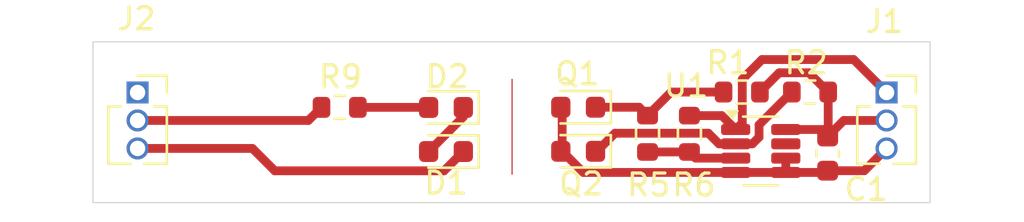
<source format=kicad_pcb>
(kicad_pcb (version 20240108) (generator "pcbnew") (generator_version "8.0")
  (layers (0 "F.Cu" signal) (31 "B.Cu" signal) (34 "B.Paste" user) (35 "F.Paste" user) (36 "B.SilkS" user "B.Silkscreen") (37 "F.SilkS" user "F.Silkscreen") (38 "B.Mask" user) (39 "F.Mask" user) (44 "Edge.Cuts" user))
  (net 0 "")
  (net 1 "GND")
  (net 2 "VCC")
  (net 3 "Net-(D1-A)")
  (net 4 "Net-(D2-A)")
  (net 5 "/Out_1")
  (net 6 "Net-(Q1-C)")
  (net 7 "Net-(Q2-C)")
  (net 8 "Net-(U1A-+)")
  (footprint "Connector_PinSocket_1.27mm:PinSocket_1x03_P1.27mm_Vertical" (layer "F.Cu") (at 58 35)
    (property "Reference" "J2" (at -0.05 -3.35 0) (layer "F.SilkS"))
    (property "Value" "Conn_01x03_Pin")
    (fp_line (start -1.33 0.635) (end -1.33 3.235) (stroke (width 0.12)) (layer "F.SilkS"))
    (fp_line (start -1.33 0.635) (end -0.76 0.635) (stroke (width 0.12)) (layer "F.SilkS"))
    (fp_line (start -1.33 3.235) (end -0.30753 3.235) (stroke (width 0.12)) (layer "F.SilkS"))
    (fp_line (start 0 -0.76) (end 1.33 -0.76) (stroke (width 0.12)) (layer "F.SilkS"))
    (fp_line (start 0.30753 3.235) (end 1.33 3.235) (stroke (width 0.12)) (layer "F.SilkS"))
    (fp_line (start 0.76 0.635) (end 1.33 0.635) (stroke (width 0.12)) (layer "F.SilkS"))
    (fp_line (start 1.33 -0.76) (end 1.33 0) (stroke (width 0.12)) (layer "F.SilkS"))
    (fp_line (start 1.33 0.635) (end 1.33 3.235) (stroke (width 0.12)) (layer "F.SilkS"))
    (pad "1" thru_hole rect (at 0 0) (size 1 1) (drill 0.7) (layers "*.Cu" "*.Mask"))
    (pad "2" thru_hole oval (at 0 1.27) (size 1 1) (drill 0.7) (layers "*.Cu" "*.Mask") (net 2 "VCC"))
    (pad "3" thru_hole oval (at 0 2.54) (size 1 1) (drill 0.7) (layers "*.Cu" "*.Mask") (net 1 "GND"))
  )
  (footprint "LED_SMD:LED_0603_1608Metric" (layer "F.Cu") (at 78 37.67 180)
    (property "Reference" "Q2" (at -0.1375 -1.48 0) (layer "F.SilkS"))
    (property "Value" "B19H1PT")
    (fp_line (start 0.8 -0.735) (end -1.485 -0.735) (stroke (width 0.12)) (layer "F.SilkS"))
    (fp_line (start -1.485 0.735) (end 0.8 0.735) (stroke (width 0.12)) (layer "F.SilkS"))
    (fp_line (start -1.485 -0.735) (end -1.485 0.735) (stroke (width 0.12)) (layer "F.SilkS"))
    (pad "1" smd roundrect (at -0.7875 0 180) (size 0.875 0.95) (layers "F.Cu" "F.Paste" "F.Mask") (net 7 "Net-(Q2-C)"))
    (pad "2" smd roundrect (at 0.7875 0 180) (size 0.875 0.95) (layers "F.Cu" "F.Paste" "F.Mask") (net 1 "GND"))
  )
  (footprint "Package_TO_SOT_SMD:SOT-23-8" (layer "F.Cu") (at 86.2875 37.655)
    (property "Reference" "U1" (at -3.3875 -2.955 0) (layer "F.SilkS"))
    (property "Value" "LM358LV")
    (fp_line (start 0 -1.56) (end -0.8 -1.56) (stroke (width 0.12)) (layer "F.SilkS"))
    (fp_line (start 0 -1.56) (end 0.8 -1.56) (stroke (width 0.12)) (layer "F.SilkS"))
    (fp_line (start 0 1.56) (end -0.8 1.56) (stroke (width 0.12)) (layer "F.SilkS"))
    (fp_line (start 0 1.56) (end 0.8 1.56) (stroke (width 0.12)) (layer "F.SilkS"))
    (fp_poly (pts (xy -1.3 -1.485) (xy -1.54 -1.815) (xy -1.06 -1.815) (xy -1.3 -1.485)) (stroke (width 0.12)) (fill solid) (layer "F.SilkS"))
    (pad "1" smd roundrect (at -1.1375 -0.975) (size 1.325 0.5) (layers "F.Cu" "F.Paste" "F.Mask") (net 5 "/Out_1"))
    (pad "2" smd roundrect (at -1.1375 -0.325) (size 1.325 0.5) (layers "F.Cu" "F.Paste" "F.Mask") (net 7 "Net-(Q2-C)"))
    (pad "3" smd roundrect (at -1.1375 0.325) (size 1.325 0.5) (layers "F.Cu" "F.Paste" "F.Mask") (net 8 "Net-(U1A-+)"))
    (pad "4" smd roundrect (at -1.1375 0.975) (size 1.325 0.5) (layers "F.Cu" "F.Paste" "F.Mask") (net 1 "GND"))
    (pad "5" smd roundrect (at 1.1375 0.975) (size 1.325 0.5) (layers "F.Cu" "F.Paste" "F.Mask") (net 1 "GND"))
    (pad "6" smd roundrect (at 1.1375 0.325) (size 1.325 0.5) (layers "F.Cu" "F.Paste" "F.Mask") (net 1 "GND"))
    (pad "7" smd roundrect (at 1.1375 -0.325) (size 1.325 0.5) (layers "F.Cu" "F.Paste" "F.Mask"))
    (pad "8" smd roundrect (at 1.1375 -0.975) (size 1.325 0.5) (layers "F.Cu" "F.Paste" "F.Mask") (net 2 "VCC"))
  )
  (footprint "LED_SMD:LED_0603_1608Metric" (layer "F.Cu") (at 72 37.68 180)
    (property "Reference" "D1" (at 0 -1.43 0) (layer "F.SilkS"))
    (property "Value" "LED")
    (fp_line (start 0.8 -0.735) (end -1.485 -0.735) (stroke (width 0.12)) (layer "F.SilkS"))
    (fp_line (start -1.485 0.735) (end 0.8 0.735) (stroke (width 0.12)) (layer "F.SilkS"))
    (fp_line (start -1.485 -0.735) (end -1.485 0.735) (stroke (width 0.12)) (layer "F.SilkS"))
    (pad "1" smd roundrect (at -0.7875 0 180) (size 0.875 0.95) (layers "F.Cu" "F.Paste" "F.Mask") (net 1 "GND"))
    (pad "2" smd roundrect (at 0.7875 0 180) (size 0.875 0.95) (layers "F.Cu" "F.Paste" "F.Mask") (net 3 "Net-(D1-A)"))
  )
  (footprint "Resistor_SMD:R_0603_1608Metric" (layer "F.Cu") (at 81.15 36.875 -90)
    (property "Reference" "R5" (at 2.325 -0.05 180) (layer "F.SilkS"))
    (property "Value" "R")
    (fp_line (start -0.237258 0.5225) (end 0.237258 0.5225) (stroke (width 0.12)) (layer "F.SilkS"))
    (fp_line (start -0.237258 -0.5225) (end 0.237258 -0.5225) (stroke (width 0.12)) (layer "F.SilkS"))
    (pad "1" smd roundrect (at -0.825 0 270) (size 0.8 0.95) (layers "F.Cu" "F.Paste" "F.Mask") (net 6 "Net-(Q1-C)"))
    (pad "2" smd roundrect (at 0.825 0 270) (size 0.8 0.95) (layers "F.Cu" "F.Paste" "F.Mask") (net 8 "Net-(U1A-+)"))
  )
  (footprint "Resistor_SMD:R_0603_1608Metric" (layer "F.Cu") (at 67.175 35.675)
    (property "Reference" "R9" (at 0.0334 -1.385 180) (layer "F.SilkS"))
    (property "Value" "R")
    (fp_line (start -0.237258 -0.5225) (end 0.237258 -0.5225) (stroke (width 0.12)) (layer "F.SilkS"))
    (fp_line (start -0.237258 0.5225) (end 0.237258 0.5225) (stroke (width 0.12)) (layer "F.SilkS"))
    (pad "1" smd roundrect (at -0.825 0) (size 0.8 0.95) (layers "F.Cu" "F.Paste" "F.Mask") (net 2 "VCC"))
    (pad "2" smd roundrect (at 0.825 0) (size 0.8 0.95) (layers "F.Cu" "F.Paste" "F.Mask") (net 4 "Net-(D2-A)"))
  )
  (footprint "Connector_PinSocket_1.27mm:PinSocket_1x03_P1.27mm_Vertical" (layer "F.Cu") (at 92 35)
    (property "Reference" "J1" (at -0.1 -3.225 0) (layer "F.SilkS"))
    (property "Value" "Conn_01x03_Pin")
    (fp_line (start -1.33 0.635) (end -1.33 3.235) (stroke (width 0.12)) (layer "F.SilkS"))
    (fp_line (start -1.33 0.635) (end -0.76 0.635) (stroke (width 0.12)) (layer "F.SilkS"))
    (fp_line (start -1.33 3.235) (end -0.30753 3.235) (stroke (width 0.12)) (layer "F.SilkS"))
    (fp_line (start 0 -0.76) (end 1.33 -0.76) (stroke (width 0.12)) (layer "F.SilkS"))
    (fp_line (start 0.30753 3.235) (end 1.33 3.235) (stroke (width 0.12)) (layer "F.SilkS"))
    (fp_line (start 0.76 0.635) (end 1.33 0.635) (stroke (width 0.12)) (layer "F.SilkS"))
    (fp_line (start 1.33 -0.76) (end 1.33 0) (stroke (width 0.12)) (layer "F.SilkS"))
    (fp_line (start 1.33 0.635) (end 1.33 3.235) (stroke (width 0.12)) (layer "F.SilkS"))
    (pad "1" thru_hole rect (at 0 0) (size 1 1) (drill 0.7) (layers "*.Cu" "*.Mask") (net 5 "/Out_1"))
    (pad "2" thru_hole oval (at 0 1.27) (size 1 1) (drill 0.7) (layers "*.Cu" "*.Mask") (net 2 "VCC"))
    (pad "3" thru_hole oval (at 0 2.54) (size 1 1) (drill 0.7) (layers "*.Cu" "*.Mask") (net 1 "GND"))
  )
  (footprint "Resistor_SMD:R_0603_1608Metric" (layer "F.Cu") (at 85.425 34.98 180)
    (property "Reference" "R1" (at 0.625 1.33 0) (layer "F.SilkS"))
    (property "Value" "R")
    (fp_line (start -0.237258 0.5225) (end 0.237258 0.5225) (stroke (width 0.12)) (layer "F.SilkS"))
    (fp_line (start -0.237258 -0.5225) (end 0.237258 -0.5225) (stroke (width 0.12)) (layer "F.SilkS"))
    (pad "1" smd roundrect (at -0.825 0 180) (size 0.8 0.95) (layers "F.Cu" "F.Paste" "F.Mask") (net 2 "VCC"))
    (pad "2" smd roundrect (at 0.825 0 180) (size 0.8 0.95) (layers "F.Cu" "F.Paste" "F.Mask") (net 6 "Net-(Q1-C)"))
  )
  (footprint "LED_SMD:LED_0603_1608Metric" (layer "F.Cu") (at 72 35.68 180)
    (property "Reference" "D2" (at -0.0625 1.4 0) (layer "F.SilkS"))
    (property "Value" "LED")
    (fp_line (start 0.8 -0.735) (end -1.485 -0.735) (stroke (width 0.12)) (layer "F.SilkS"))
    (fp_line (start -1.485 0.735) (end 0.8 0.735) (stroke (width 0.12)) (layer "F.SilkS"))
    (fp_line (start -1.485 -0.735) (end -1.485 0.735) (stroke (width 0.12)) (layer "F.SilkS"))
    (pad "1" smd roundrect (at -0.7875 0 180) (size 0.875 0.95) (layers "F.Cu" "F.Paste" "F.Mask") (net 3 "Net-(D1-A)"))
    (pad "2" smd roundrect (at 0.7875 0 180) (size 0.875 0.95) (layers "F.Cu" "F.Paste" "F.Mask") (net 4 "Net-(D2-A)"))
  )
  (footprint "LED_SMD:LED_0603_1608Metric" (layer "F.Cu") (at 78 35.67 180)
    (property "Reference" "Q1" (at 0.0375 1.52 0) (layer "F.SilkS"))
    (property "Value" "B19H1PT")
    (fp_line (start 0.8 -0.735) (end -1.485 -0.735) (stroke (width 0.12)) (layer "F.SilkS"))
    (fp_line (start -1.485 0.735) (end 0.8 0.735) (stroke (width 0.12)) (layer "F.SilkS"))
    (fp_line (start -1.485 -0.735) (end -1.485 0.735) (stroke (width 0.12)) (layer "F.SilkS"))
    (pad "1" smd roundrect (at -0.7875 0 180) (size 0.875 0.95) (layers "F.Cu" "F.Paste" "F.Mask") (net 6 "Net-(Q1-C)"))
    (pad "2" smd roundrect (at 0.7875 0 180) (size 0.875 0.95) (layers "F.Cu" "F.Paste" "F.Mask") (net 1 "GND"))
  )
  (footprint "Capacitor_SMD:C_0603_1608Metric" (layer "F.Cu") (at 89.325 37.775 -90)
    (property "Reference" "C1" (at 1.62 -1.75 180) (layer "F.SilkS"))
    (property "Value" "C")
    (fp_line (start -0.14058 0.51) (end 0.14058 0.51) (stroke (width 0.12)) (layer "F.SilkS"))
    (fp_line (start -0.14058 -0.51) (end 0.14058 -0.51) (stroke (width 0.12)) (layer "F.SilkS"))
    (pad "1" smd roundrect (at -0.775 0 270) (size 0.9 0.95) (layers "F.Cu" "F.Paste" "F.Mask") (net 2 "VCC"))
    (pad "2" smd roundrect (at 0.775 0 270) (size 0.9 0.95) (layers "F.Cu" "F.Paste" "F.Mask") (net 1 "GND"))
  )
  (footprint "Resistor_SMD:R_0603_1608Metric" (layer "F.Cu") (at 88.525 34.98 180)
    (property "Reference" "R2" (at 0.175 1.33 0) (layer "F.SilkS"))
    (property "Value" "R")
    (fp_line (start -0.237258 0.5225) (end 0.237258 0.5225) (stroke (width 0.12)) (layer "F.SilkS"))
    (fp_line (start -0.237258 -0.5225) (end 0.237258 -0.5225) (stroke (width 0.12)) (layer "F.SilkS"))
    (pad "1" smd roundrect (at -0.825 0 180) (size 0.8 0.95) (layers "F.Cu" "F.Paste" "F.Mask") (net 2 "VCC"))
    (pad "2" smd roundrect (at 0.825 0 180) (size 0.8 0.95) (layers "F.Cu" "F.Paste" "F.Mask") (net 7 "Net-(Q2-C)"))
  )
  (footprint "Resistor_SMD:R_0603_1608Metric" (layer "F.Cu") (at 83.05 36.875 90)
    (property "Reference" "R6" (at -2.325 0.2 180) (layer "F.SilkS"))
    (property "Value" "R")
    (fp_line (start -0.237258 -0.5225) (end 0.237258 -0.5225) (stroke (width 0.12)) (layer "F.SilkS"))
    (fp_line (start -0.237258 0.5225) (end 0.237258 0.5225) (stroke (width 0.12)) (layer "F.SilkS"))
    (pad "1" smd roundrect (at -0.825 0 90) (size 0.8 0.95) (layers "F.Cu" "F.Paste" "F.Mask") (net 8 "Net-(U1A-+)"))
    (pad "2" smd roundrect (at 0.825 0 90) (size 0.8 0.95) (layers "F.Cu" "F.Paste" "F.Mask") (net 5 "/Out_1"))
  )
  (gr_line (start 75 38.714069) (end 75 34.4) (stroke (width 0.05)) (layer "F.Cu"))
  (gr_rect (start 55.975 32.7) (end 93.975 40) (stroke (width 0.05)) (fill none) (layer "Edge.Cuts"))
  (segment (start 63.215 37.54) (end 64.23 38.555) (width 0.4) (layer "F.Cu") (net 1))
  (segment (start 58 37.54) (end 63.215 37.54) (width 0.4) (layer "F.Cu") (net 1))
  (segment (start 89.425 38.63) (end 89.5 38.555) (width 0.4) (layer "F.Cu") (net 1))
  (segment (start 64.23 38.555) (end 71.9125 38.555) (width 0.4) (layer "F.Cu") (net 1))
  (segment (start 90.99 38.55) (end 92 37.54) (width 0.4) (layer "F.Cu") (net 1))
  (segment (start 71.9125 38.555) (end 72.7875 37.68) (width 0.4) (layer "F.Cu") (net 1))
  (segment (start 89.325 38.55) (end 90.99 38.55) (width 0.4) (layer "F.Cu") (net 1))
  (segment (start 78.235 38.63) (end 85.15 38.63) (width 0.4) (layer "F.Cu") (net 1))
  (segment (start 87.425 38.63) (end 89.425 38.63) (width 0.4) (layer "F.Cu") (net 1))
  (segment (start 87.425 38.63) (end 87.425 37.98) (width 0.4) (layer "F.Cu") (net 1))
  (segment (start 85.15 38.63) (end 87.425 38.63) (width 0.4) (layer "F.Cu") (net 1))
  (segment (start 77.275 35.67) (end 77.275 37.67) (width 0.4) (layer "F.Cu") (net 1))
  (segment (start 77.275 37.67) (end 78.235 38.63) (width 0.4) (layer "F.Cu") (net 1))
  (segment (start 87.425 36.68) (end 89.175 36.68) (width 0.4) (layer "F.Cu") (net 2))
  (segment (start 58 36.27) (end 65.755 36.27) (width 0.4) (layer "F.Cu") (net 2))
  (segment (start 90.055 36.27) (end 92 36.27) (width 0.4) (layer "F.Cu") (net 2))
  (segment (start 65.755 36.27) (end 66.35 35.675) (width 0.4) (layer "F.Cu") (net 2))
  (segment (start 89.35 34.98) (end 88.475 34.105) (width 0.4) (layer "F.Cu") (net 2))
  (segment (start 88.475 34.105) (end 87.125 34.105) (width 0.4) (layer "F.Cu") (net 2))
  (segment (start 89.35 34.98) (end 89.35 36.855) (width 0.4) (layer "F.Cu") (net 2))
  (segment (start 87.125 34.105) (end 86.25 34.98) (width 0.4) (layer "F.Cu") (net 2))
  (segment (start 89.35 36.855) (end 89.5 37.005) (width 0.4) (layer "F.Cu") (net 2))
  (segment (start 89.175 36.68) (end 89.5 37.005) (width 0.4) (layer "F.Cu") (net 2))
  (segment (start 89.325 37) (end 90.055 36.27) (width 0.4) (layer "F.Cu") (net 2))
  (segment (start 72.7875 36.105) (end 71.2125 37.68) (width 0.4) (layer "F.Cu") (net 3))
  (segment (start 72.95 35.7) (end 72.95 35.925) (width 0.4) (layer "F.Cu") (net 3))
  (segment (start 72.7875 35.68) (end 72.7875 36.105) (width 0.4) (layer "F.Cu") (net 3))
  (segment (start 71.425 37.45) (end 71.425 37.7) (width 0.4) (layer "F.Cu") (net 3))
  (segment (start 68 35.675) (end 71.2075 35.675) (width 0.4) (layer "F.Cu") (net 4))
  (segment (start 71.2075 35.675) (end 71.2125 35.68) (width 0.4) (layer "F.Cu") (net 4))
  (segment (start 71.325 35.75) (end 71.375 35.7) (width 0.4) (layer "F.Cu") (net 4))
  (segment (start 90.505 33.505) (end 92 35) (width 0.4) (layer "F.Cu") (net 5))
  (segment (start 84.52 36.05) (end 85.15 36.68) (width 0.4) (layer "F.Cu") (net 5))
  (segment (start 85 36.53) (end 85.15 36.68) (width 0.4) (layer "F.Cu") (net 5))
  (segment (start 86.345 33.505) (end 90.505 33.505) (width 0.4) (layer "F.Cu") (net 5))
  (segment (start 85.45 34.4) (end 86.345 33.505) (width 0.4) (layer "F.Cu") (net 5))
  (segment (start 83.05 36.05) (end 84.52 36.05) (width 0.4) (layer "F.Cu") (net 5))
  (segment (start 85.15 36.68) (end 85.45 36.38) (width 0.4) (layer "F.Cu") (net 5))
  (segment (start 84.8 36.53) (end 85 36.53) (width 0.4) (layer "F.Cu") (net 5))
  (segment (start 85.45 36.38) (end 85.45 34.4) (width 0.4) (layer "F.Cu") (net 5))
  (segment (start 81.15 36.05) (end 82.22 34.98) (width 0.4) (layer "F.Cu") (net 6))
  (segment (start 81.05 36.15) (end 81.15 36.05) (width 0.4) (layer "F.Cu") (net 6))
  (segment (start 78.85 35.67) (end 80.77 35.67) (width 0.4) (layer "F.Cu") (net 6))
  (segment (start 80.77 35.67) (end 81.15 36.05) (width 0.4) (layer "F.Cu") (net 6))
  (segment (start 82.22 34.98) (end 84.6 34.98) (width 0.4) (layer "F.Cu") (net 6))
  (segment (start 79.67 36.85) (end 78.85 37.67) (width 0.4) (layer "F.Cu") (net 7))
  (segment (start 87.7 34.98) (end 86.2125 36.4675) (width 0.4) (layer "F.Cu") (net 7))
  (segment (start 86.2125 36.4675) (end 86.2125 37.025926) (width 0.4) (layer "F.Cu") (net 7))
  (segment (start 86.2125 37.025926) (end 85.908426 37.33) (width 0.4) (layer "F.Cu") (net 7))
  (segment (start 79.67 36.85) (end 83.911574 36.85) (width 0.4) (layer "F.Cu") (net 7))
  (segment (start 84.391574 37.33) (end 85.15 37.33) (width 0.4) (layer "F.Cu") (net 7))
  (segment (start 85.908426 37.33) (end 85.15 37.33) (width 0.4) (layer "F.Cu") (net 7))
  (segment (start 83.911574 36.85) (end 84.391574 37.33) (width 0.4) (layer "F.Cu") (net 7))
  (segment (start 83.05 37.7) (end 83.25 37.5) (width 0.4) (layer "F.Cu") (net 8))
  (segment (start 81.15 37.7) (end 83.05 37.7) (width 0.4) (layer "F.Cu") (net 8))
  (segment (start 83.33 37.98) (end 85.15 37.98) (width 0.4) (layer "F.Cu") (net 8))
  (segment (start 83.05 37.7) (end 83.33 37.98) (width 0.4) (layer "F.Cu") (net 8))
)
</source>
